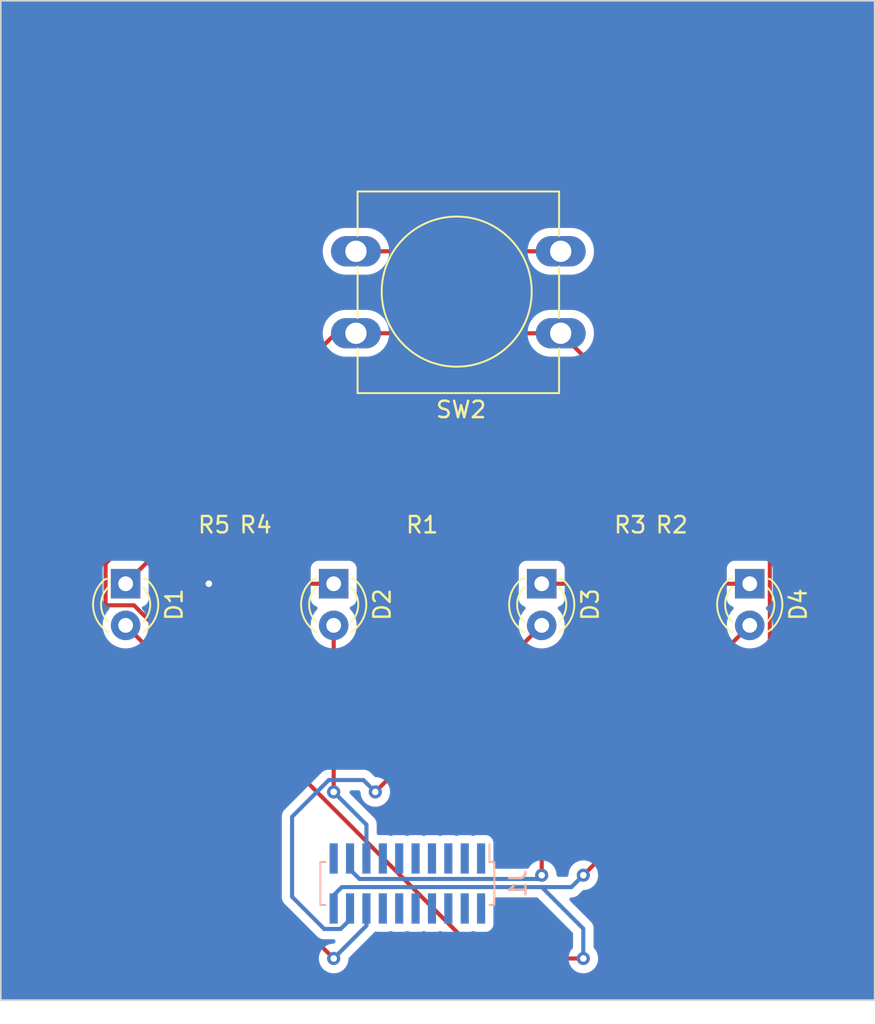
<source format=kicad_pcb>
(kicad_pcb (version 20221018) (generator pcbnew)
  (layers (0 "F.Cu" signal) (31 "B.Cu" signal) (34 "B.Paste" user) (35 "F.Paste" user) (36 "B.SilkS" user "B.Silkscreen") (37 "F.SilkS" user "F.Silkscreen") (38 "B.Mask" user) (39 "F.Mask" user) (44 "Edge.Cuts" user))
  (net 0 "")
  (net 1 "Net-(D1-K)")
  (net 2 "PA4")
  (net 3 "Net-(D2-K)")
  (net 4 "PA5")
  (net 5 "Net-(D3-K)")
  (net 6 "PA6")
  (net 7 "Net-(D4-K)")
  (net 8 "PA7")
  (net 9 "PC4")
  (net 10 "Net-(SW2-A)")
  (net 11 "GND")
  (net 15 "3.3Vcc")
  (net 27 "unconnected-(SW2-Pad2)")
  (footprint "Resistor_SMD:R_0201_0603Metric" (layer "F.Cu") (at 140.02 99.06)
    (fp_text reference "R1" (at 0 -1.05) (layer "F.SilkS"))
    (fp_text value "1k")
    (pad "1" smd roundrect (at -0.32 0) (size 0.46 0.4) (layers "F.Cu" "F.Mask") (net 10 "Net-(SW2-A)"))
    (pad "2" smd roundrect (at 0.32 0) (size 0.46 0.4) (layers "F.Cu" "F.Mask") (net 11 "GND"))
  )
  (footprint "Resistor_SMD:R_0201_0603Metric" (layer "F.Cu") (at 152.72 99.06)
    (fp_text reference "R3" (at 0 -1.05) (layer "F.SilkS"))
    (fp_text value "330")
    (pad "1" smd roundrect (at -0.32 0) (size 0.46 0.4) (layers "F.Cu" "F.Mask") (net 11 "GND"))
    (pad "2" smd roundrect (at 0.32 0) (size 0.46 0.4) (layers "F.Cu" "F.Mask") (net 5 "Net-(D3-K)"))
  )
  (footprint "Resistor_SMD:R_0201_0603Metric" (layer "F.Cu") (at 155.26 99.06)
    (fp_text reference "R2" (at 0 -1.05) (layer "F.SilkS"))
    (fp_text value "330")
    (pad "1" smd roundrect (at -0.32 0) (size 0.46 0.4) (layers "F.Cu" "F.Mask") (net 11 "GND"))
    (pad "2" smd roundrect (at 0.32 0) (size 0.46 0.4) (layers "F.Cu" "F.Mask") (net 7 "Net-(D4-K)"))
  )
  (footprint "LED_THT:LED_D3.0mm" (layer "F.Cu") (at 160.02 101.6 -90)
    (fp_text reference "D4" (at 1.27 -2.96 90) (layer "F.SilkS"))
    (fp_text value "LED")
    (fp_line (start -0.29 -1.236) (end -0.29 -1.08) (stroke (width 0.12)) (layer "F.SilkS"))
    (fp_line (start -0.29 1.08) (end -0.29 1.236) (stroke (width 0.12)) (layer "F.SilkS"))
    (fp_arc (start -0.29 -1.235516) (mid 1.366487 -1.987659) (end 2.942335 -1.078608) (stroke (width 0.12)) (layer "F.SilkS"))
    (fp_arc (start 0.229039 -1.08) (mid 1.270117 -1.5) (end 2.31113 -1.079837) (stroke (width 0.12)) (layer "F.SilkS"))
    (fp_arc (start 2.31113 1.079837) (mid 1.270117 1.5) (end 0.229039 1.08) (stroke (width 0.12)) (layer "F.SilkS"))
    (fp_arc (start 2.942335 1.078608) (mid 1.366487 1.987659) (end -0.29 1.235516) (stroke (width 0.12)) (layer "F.SilkS"))
    (pad "1" thru_hole rect (at 0 0 270) (size 1.8 1.8) (drill 0.9) (layers "*.Cu" "*.Mask") (net 7 "Net-(D4-K)"))
    (pad "2" thru_hole circle (at 2.54 0 270) (size 1.8 1.8) (drill 0.9) (layers "*.Cu" "*.Mask") (net 8 "PA7"))
  )
  (footprint "Resistor_SMD:R_0201_0603Metric" (layer "F.Cu") (at 127.32 99.06)
    (fp_text reference "R5" (at 0 -1.05) (layer "F.SilkS"))
    (fp_text value "330")
    (pad "1" smd roundrect (at -0.32 0) (size 0.46 0.4) (layers "F.Cu" "F.Mask") (net 11 "GND"))
    (pad "2" smd roundrect (at 0.32 0) (size 0.46 0.4) (layers "F.Cu" "F.Mask") (net 1 "Net-(D1-K)"))
  )
  (footprint "LED_THT:LED_D3.0mm" (layer "F.Cu") (at 134.62 101.6 -90)
    (fp_text reference "D2" (at 1.27 -2.96 90) (layer "F.SilkS"))
    (fp_text value "LED")
    (fp_line (start -0.29 -1.236) (end -0.29 -1.08) (stroke (width 0.12)) (layer "F.SilkS"))
    (fp_line (start -0.29 1.08) (end -0.29 1.236) (stroke (width 0.12)) (layer "F.SilkS"))
    (fp_arc (start -0.29 -1.235516) (mid 1.366487 -1.987659) (end 2.942335 -1.078608) (stroke (width 0.12)) (layer "F.SilkS"))
    (fp_arc (start 0.229039 -1.08) (mid 1.270117 -1.5) (end 2.31113 -1.079837) (stroke (width 0.12)) (layer "F.SilkS"))
    (fp_arc (start 2.31113 1.079837) (mid 1.270117 1.5) (end 0.229039 1.08) (stroke (width 0.12)) (layer "F.SilkS"))
    (fp_arc (start 2.942335 1.078608) (mid 1.366487 1.987659) (end -0.29 1.235516) (stroke (width 0.12)) (layer "F.SilkS"))
    (pad "1" thru_hole rect (at 0 0 270) (size 1.8 1.8) (drill 0.9) (layers "*.Cu" "*.Mask") (net 3 "Net-(D2-K)"))
    (pad "2" thru_hole circle (at 2.54 0 270) (size 1.8 1.8) (drill 0.9) (layers "*.Cu" "*.Mask") (net 4 "PA5"))
  )
  (footprint "LED_THT:LED_D3.0mm" (layer "F.Cu") (at 147.32 101.6 -90)
    (fp_text reference "D3" (at 1.27 -2.96 90) (layer "F.SilkS"))
    (fp_text value "LED")
    (fp_line (start -0.29 -1.236) (end -0.29 -1.08) (stroke (width 0.12)) (layer "F.SilkS"))
    (fp_line (start -0.29 1.08) (end -0.29 1.236) (stroke (width 0.12)) (layer "F.SilkS"))
    (fp_arc (start -0.29 -1.235516) (mid 1.366487 -1.987659) (end 2.942335 -1.078608) (stroke (width 0.12)) (layer "F.SilkS"))
    (fp_arc (start 0.229039 -1.08) (mid 1.270117 -1.5) (end 2.31113 -1.079837) (stroke (width 0.12)) (layer "F.SilkS"))
    (fp_arc (start 2.31113 1.079837) (mid 1.270117 1.5) (end 0.229039 1.08) (stroke (width 0.12)) (layer "F.SilkS"))
    (fp_arc (start 2.942335 1.078608) (mid 1.366487 1.987659) (end -0.29 1.235516) (stroke (width 0.12)) (layer "F.SilkS"))
    (pad "1" thru_hole rect (at 0 0 270) (size 1.8 1.8) (drill 0.9) (layers "*.Cu" "*.Mask") (net 5 "Net-(D3-K)"))
    (pad "2" thru_hole circle (at 2.54 0 270) (size 1.8 1.8) (drill 0.9) (layers "*.Cu" "*.Mask") (net 6 "PA6"))
  )
  (footprint "LED_THT:LED_D3.0mm" (layer "F.Cu") (at 121.92 101.6 -90)
    (fp_text reference "D1" (at 1.27 -2.96 90) (layer "F.SilkS"))
    (fp_text value "LED")
    (fp_line (start -0.29 -1.236) (end -0.29 -1.08) (stroke (width 0.12)) (layer "F.SilkS"))
    (fp_line (start -0.29 1.08) (end -0.29 1.236) (stroke (width 0.12)) (layer "F.SilkS"))
    (fp_arc (start -0.29 -1.235516) (mid 1.366487 -1.987659) (end 2.942335 -1.078608) (stroke (width 0.12)) (layer "F.SilkS"))
    (fp_arc (start 0.229039 -1.08) (mid 1.270117 -1.5) (end 2.31113 -1.079837) (stroke (width 0.12)) (layer "F.SilkS"))
    (fp_arc (start 2.31113 1.079837) (mid 1.270117 1.5) (end 0.229039 1.08) (stroke (width 0.12)) (layer "F.SilkS"))
    (fp_arc (start 2.942335 1.078608) (mid 1.366487 1.987659) (end -0.29 1.235516) (stroke (width 0.12)) (layer "F.SilkS"))
    (pad "1" thru_hole rect (at 0 0 270) (size 1.8 1.8) (drill 0.9) (layers "*.Cu" "*.Mask") (net 1 "Net-(D1-K)"))
    (pad "2" thru_hole circle (at 2.54 0 270) (size 1.8 1.8) (drill 0.9) (layers "*.Cu" "*.Mask") (net 2 "PA4"))
  )
  (footprint "Resistor_SMD:R_0201_0603Metric" (layer "F.Cu") (at 129.86 99.06)
    (fp_text reference "R4" (at 0 -1.05) (layer "F.SilkS"))
    (fp_text value "330")
    (pad "1" smd roundrect (at -0.32 0) (size 0.46 0.4) (layers "F.Cu" "F.Mask") (net 11 "GND"))
    (pad "2" smd roundrect (at 0.32 0) (size 0.46 0.4) (layers "F.Cu" "F.Mask") (net 3 "Net-(D2-K)"))
  )
  (footprint "Button_Switch_THT:SW_PUSH-12mm" (layer "F.Cu") (at 148.48 86.32 180)
    (fp_text reference "SW2" (at 6.08 -4.66) (layer "F.SilkS"))
    (fp_text value "SW_MEC_5E")
    (fp_line (start 0.1 -3.65) (end 12.4 -3.65) (stroke (width 0.12)) (layer "F.SilkS"))
    (fp_line (start 0.1 -0.93) (end 0.1 -3.65) (stroke (width 0.12)) (layer "F.SilkS"))
    (fp_line (start 0.1 4.07) (end 0.1 0.93) (stroke (width 0.12)) (layer "F.SilkS"))
    (fp_line (start 0.1 8.65) (end 0.1 5.93) (stroke (width 0.12)) (layer "F.SilkS"))
    (fp_line (start 12.4 -3.65) (end 12.4 -0.93) (stroke (width 0.12)) (layer "F.SilkS"))
    (fp_line (start 12.4 0.93) (end 12.4 4.07) (stroke (width 0.12)) (layer "F.SilkS"))
    (fp_line (start 12.4 5.93) (end 12.4 8.65) (stroke (width 0.12)) (layer "F.SilkS"))
    (fp_line (start 12.4 8.65) (end 0.1 8.65) (stroke (width 0.12)) (layer "F.SilkS"))
    (fp_circle (center 6.35 2.54) (end 10.16 5.08) (stroke (width 0.12)) (fill none) (layer "F.SilkS"))
    (pad "1" thru_hole oval (at 0 0 180) (size 3.048 1.85) (drill 1.3) (layers "*.Cu" "*.Mask") (net 9 "PC4"))
    (pad "1" thru_hole oval (at 12.5 0 180) (size 3.048 1.85) (drill 1.3) (layers "*.Cu" "*.Mask") (net 9 "PC4"))
    (pad "2" thru_hole oval (at 0 5 180) (size 3.048 1.85) (drill 1.3) (layers "*.Cu" "*.Mask") (net 27 "unconnected-(SW2-Pad2)"))
    (pad "2" thru_hole oval (at 12.5 5 180) (size 3.048 1.85) (drill 1.3) (layers "*.Cu" "*.Mask") (net 27 "unconnected-(SW2-Pad2)"))
  )
  (footprint "Connector_PinSocket_1.00mm:PinSocket_2x10_P1.00mm_Vertical_SMD" (layer "B.Cu") (at 139.12 119.885 90)
    (fp_text reference "J1" (at 0 6.75 90) (layer "B.SilkS") (effects (justify mirror)))
    (fp_text value "Conn_02x10_Odd_Even")
    (fp_line (start -1.31 -5.31) (end 1.31 -5.31) (stroke (width 0.12)) (layer "B.SilkS"))
    (fp_line (start -1.31 -5.01) (end -1.31 -5.31) (stroke (width 0.12)) (layer "B.SilkS"))
    (fp_line (start -1.31 5.31) (end -1.31 5.01) (stroke (width 0.12)) (layer "B.SilkS"))
    (fp_line (start -1.31 5.31) (end 1.31 5.31) (stroke (width 0.12)) (layer "B.SilkS"))
    (fp_line (start 1.31 -5.01) (end 1.31 -5.31) (stroke (width 0.12)) (layer "B.SilkS"))
    (fp_line (start 1.31 5.01) (end 2.39 5.01) (stroke (width 0.12)) (layer "B.SilkS"))
    (fp_line (start 1.31 5.31) (end 1.31 5.01) (stroke (width 0.12)) (layer "B.SilkS"))
    (pad "1" smd rect (at 1.525 4.5 90) (size 1.85 0.5) (layers "B.Cu" "B.Paste" "B.Mask"))
    (pad "2" smd rect (at -1.525 4.5 90) (size 1.85 0.5) (layers "B.Cu" "B.Paste" "B.Mask"))
    (pad "3" smd rect (at 1.525 3.5 90) (size 1.85 0.5) (layers "B.Cu" "B.Paste" "B.Mask"))
    (pad "4" smd rect (at -1.525 3.5 90) (size 1.85 0.5) (layers "B.Cu" "B.Paste" "B.Mask") (net 15 "3.3Vcc"))
    (pad "5" smd rect (at 1.525 2.5 90) (size 1.85 0.5) (layers "B.Cu" "B.Paste" "B.Mask"))
    (pad "6" smd rect (at -1.525 2.5 90) (size 1.85 0.5) (layers "B.Cu" "B.Paste" "B.Mask"))
    (pad "7" smd rect (at 1.525 1.5 90) (size 1.85 0.5) (layers "B.Cu" "B.Paste" "B.Mask"))
    (pad "8" smd rect (at -1.525 1.5 90) (size 1.85 0.5) (layers "B.Cu" "B.Paste" "B.Mask"))
    (pad "9" smd rect (at 1.525 0.5 90) (size 1.85 0.5) (layers "B.Cu" "B.Paste" "B.Mask"))
    (pad "10" smd rect (at -1.525 0.5 90) (size 1.85 0.5) (layers "B.Cu" "B.Paste" "B.Mask"))
    (pad "11" smd rect (at 1.525 -0.5 90) (size 1.85 0.5) (layers "B.Cu" "B.Paste" "B.Mask"))
    (pad "12" smd rect (at -1.525 -0.5 90) (size 1.85 0.5) (layers "B.Cu" "B.Paste" "B.Mask"))
    (pad "13" smd rect (at 1.525 -1.5 90) (size 1.85 0.5) (layers "B.Cu" "B.Paste" "B.Mask"))
    (pad "14" smd rect (at -1.525 -1.5 90) (size 1.85 0.5) (layers "B.Cu" "B.Paste" "B.Mask"))
    (pad "15" smd rect (at 1.525 -2.5 90) (size 1.85 0.5) (layers "B.Cu" "B.Paste" "B.Mask") (net 4 "PA5"))
    (pad "16" smd rect (at -1.525 -2.5 90) (size 1.85 0.5) (layers "B.Cu" "B.Paste" "B.Mask") (net 2 "PA4"))
    (pad "17" smd rect (at 1.525 -3.5 90) (size 1.85 0.5) (layers "B.Cu" "B.Paste" "B.Mask") (net 8 "PA7"))
    (pad "18" smd rect (at -1.525 -3.5 90) (size 1.85 0.5) (layers "B.Cu" "B.Paste" "B.Mask") (net 6 "PA6"))
    (pad "19" smd rect (at 1.525 -4.5 90) (size 1.85 0.5) (layers "B.Cu" "B.Paste" "B.Mask"))
    (pad "20" smd rect (at -1.525 -4.5 90) (size 1.85 0.5) (layers "B.Cu" "B.Paste" "B.Mask") (net 9 "PC4"))
  )
  (gr_rect (start 114.3 66.04) (end 167.64 127) (stroke (width 0.1)) (fill none) (layer "Edge.Cuts"))
  (segment (start 127.64 99.06) (end 127.64 98.868959) (width 0.25) (layer "F.Cu") (net 1))
  (segment (start 127.306041 98.535) (end 124.985 98.535) (width 0.25) (layer "F.Cu") (net 1))
  (segment (start 124.985 98.535) (end 121.92 101.6) (width 0.25) (layer "F.Cu") (net 1))
  (segment (start 127.64 98.868959) (end 127.306041 98.535) (width 0.25) (layer "F.Cu") (net 1))
  (segment (start 121.92 104.14) (end 129.54 111.76) (width 0.25) (layer "F.Cu") (net 2))
  (segment (start 132.08 121.92) (end 134.62 124.46) (width 0.25) (layer "F.Cu") (net 2))
  (segment (start 129.54 121.92) (end 132.08 121.92) (width 0.25) (layer "F.Cu") (net 2))
  (segment (start 129.54 111.76) (end 129.54 121.92) (width 0.25) (layer "F.Cu") (net 2))
  (via (at 134.62 124.46) (size 0.8) (drill 0.4) (layers "F.Cu" "B.Cu") (net 2))
  (segment (start 136.62 122.46) (end 136.62 121.41) (width 0.25) (layer "B.Cu") (net 2))
  (segment (start 134.62 124.46) (end 136.62 122.46) (width 0.25) (layer "B.Cu") (net 2))
  (segment (start 134.62 101.6) (end 132.72 101.6) (width 0.25) (layer "F.Cu") (net 3))
  (segment (start 132.72 101.6) (end 130.18 99.06) (width 0.25) (layer "F.Cu") (net 3))
  (segment (start 134.62 104.14) (end 134.62 114.3) (width 0.25) (layer "F.Cu") (net 4))
  (via (at 134.62 114.3) (size 0.8) (drill 0.4) (layers "F.Cu" "B.Cu") (net 4))
  (via (at 134.62 114.3) (size 0.8) (drill 0.4) (layers "F.Cu" "B.Cu") (net 4))
  (segment (start 136.62 116.3) (end 136.62 118.36) (width 0.25) (layer "B.Cu") (net 4))
  (segment (start 134.62 114.3) (end 136.62 116.3) (width 0.25) (layer "B.Cu") (net 4))
  (segment (start 153.04 99.06) (end 153.04 99.251041) (width 0.25) (layer "F.Cu") (net 5))
  (segment (start 150.691041 101.6) (end 147.32 101.6) (width 0.25) (layer "F.Cu") (net 5))
  (segment (start 153.04 99.251041) (end 150.691041 101.6) (width 0.25) (layer "F.Cu") (net 5))
  (segment (start 147.32 104.14) (end 137.16 114.3) (width 0.25) (layer "F.Cu") (net 6))
  (via (at 137.16 114.3) (size 0.8) (drill 0.4) (layers "F.Cu" "B.Cu") (net 6))
  (segment (start 132.08 115.814695) (end 132.08 120.695) (width 0.25) (layer "B.Cu") (net 6))
  (segment (start 135.045 122.66) (end 135.62 122.085) (width 0.25) (layer "B.Cu") (net 6))
  (segment (start 132.08 120.695) (end 134.045 122.66) (width 0.25) (layer "B.Cu") (net 6))
  (segment (start 137.16 114.3) (end 136.435 113.575) (width 0.25) (layer "B.Cu") (net 6))
  (segment (start 136.435 113.575) (end 134.319695 113.575) (width 0.25) (layer "B.Cu") (net 6))
  (segment (start 134.045 122.66) (end 135.045 122.66) (width 0.25) (layer "B.Cu") (net 6))
  (segment (start 135.62 122.085) (end 135.62 121.41) (width 0.25) (layer "B.Cu") (net 6))
  (segment (start 134.319695 113.575) (end 132.08 115.814695) (width 0.25) (layer "B.Cu") (net 6))
  (segment (start 158.12 101.6) (end 155.58 99.06) (width 0.25) (layer "F.Cu") (net 7))
  (segment (start 160.02 101.6) (end 158.12 101.6) (width 0.25) (layer "F.Cu") (net 7))
  (segment (start 160.02 104.14) (end 147.32 116.84) (width 0.25) (layer "F.Cu") (net 8))
  (segment (start 147.32 116.84) (end 147.32 119.38) (width 0.25) (layer "F.Cu") (net 8))
  (via (at 147.32 119.38) (size 0.8) (drill 0.4) (layers "F.Cu" "B.Cu") (net 8))
  (segment (start 147.09 119.61) (end 136.195 119.61) (width 0.25) (layer "B.Cu") (net 8))
  (segment (start 136.195 119.61) (end 135.62 119.035) (width 0.25) (layer "B.Cu") (net 8))
  (segment (start 135.62 119.035) (end 135.62 118.36) (width 0.25) (layer "B.Cu") (net 8))
  (segment (start 147.32 119.38) (end 147.09 119.61) (width 0.25) (layer "B.Cu") (net 8))
  (segment (start 148.48 86.32) (end 161.245 99.085) (width 0.25) (layer "F.Cu") (net 9))
  (segment (start 143.754695 124.46) (end 149.86 124.46) (width 0.25) (layer "F.Cu") (net 9))
  (segment (start 135.98 86.32) (end 134.75 86.32) (width 0.25) (layer "F.Cu") (net 9))
  (segment (start 161.245 99.085) (end 161.245 107.995) (width 0.25) (layer "F.Cu") (net 9))
  (segment (start 120.695 102.915) (end 122.427412 102.915) (width 0.25) (layer "F.Cu") (net 9))
  (segment (start 122.427412 102.915) (end 132.08 112.567588) (width 0.25) (layer "F.Cu") (net 9))
  (segment (start 135.98 86.32) (end 148.48 86.32) (width 0.25) (layer "F.Cu") (net 9))
  (segment (start 134.75 86.32) (end 120.695 100.375) (width 0.25) (layer "F.Cu") (net 9))
  (segment (start 120.695 100.375) (end 120.695 102.915) (width 0.25) (layer "F.Cu") (net 9))
  (segment (start 132.08 112.785305) (end 143.754695 124.46) (width 0.25) (layer "F.Cu") (net 9))
  (segment (start 132.08 112.567588) (end 132.08 112.785305) (width 0.25) (layer "F.Cu") (net 9))
  (segment (start 161.245 107.995) (end 149.86 119.38) (width 0.25) (layer "F.Cu") (net 9))
  (via (at 149.86 119.38) (size 0.8) (drill 0.4) (layers "F.Cu" "B.Cu") (net 9))
  (via (at 149.86 124.46) (size 0.8) (drill 0.4) (layers "F.Cu" "B.Cu") (net 9))
  (segment (start 147.32 120.105) (end 135.115 120.105) (width 0.25) (layer "B.Cu") (net 9))
  (segment (start 134.62 120.6) (end 134.62 121.41) (width 0.25) (layer "B.Cu") (net 9))
  (segment (start 149.86 122.645) (end 147.32 120.105) (width 0.25) (layer "B.Cu") (net 9))
  (segment (start 135.115 120.105) (end 134.62 120.6) (width 0.25) (layer "B.Cu") (net 9))
  (segment (start 149.135 120.105) (end 147.32 120.105) (width 0.25) (layer "B.Cu") (net 9))
  (segment (start 149.86 119.38) (end 149.135 120.105) (width 0.25) (layer "B.Cu") (net 9))
  (segment (start 149.86 124.46) (end 149.86 122.645) (width 0.25) (layer "B.Cu") (net 9))
  (segment (start 152.4 99.06) (end 140.34 99.06) (width 0.25) (layer "F.Cu") (net 11))
  (segment (start 129.54 98.868959) (end 129.54 99.06) (width 0.25) (layer "F.Cu") (net 11))
  (segment (start 154.94 99.06) (end 154.415 98.535) (width 0.25) (layer "F.Cu") (net 11))
  (segment (start 129.015 99.585) (end 127.333959 99.585) (width 0.25) (layer "F.Cu") (net 11))
  (segment (start 152.733959 98.535) (end 152.4 98.868959) (width 0.25) (layer "F.Cu") (net 11))
  (segment (start 127 99.06) (end 127 101.6) (width 0.25) (layer "F.Cu") (net 11))
  (segment (start 140.006041 98.535) (end 129.873959 98.535) (width 0.25) (layer "F.Cu") (net 11))
  (segment (start 152.4 98.868959) (end 152.4 99.06) (width 0.25) (layer "F.Cu") (net 11))
  (segment (start 127.333959 99.585) (end 127 99.251041) (width 0.25) (layer "F.Cu") (net 11))
  (segment (start 127 99.251041) (end 127 99.06) (width 0.25) (layer "F.Cu") (net 11))
  (segment (start 154.415 98.535) (end 152.733959 98.535) (width 0.25) (layer "F.Cu") (net 11))
  (segment (start 129.54 99.06) (end 129.015 99.585) (width 0.25) (layer "F.Cu") (net 11))
  (segment (start 140.34 99.06) (end 140.34 98.868959) (width 0.25) (layer "F.Cu") (net 11))
  (segment (start 129.873959 98.535) (end 129.54 98.868959) (width 0.25) (layer "F.Cu") (net 11))
  (segment (start 140.34 98.868959) (end 140.006041 98.535) (width 0.25) (layer "F.Cu") (net 11))
  (via (at 127 101.6) (size 0.8) (drill 0.4) (layers "F.Cu" "B.Cu") (net 11))
  (segment (start 148.48 81.32) (end 135.98 81.32) (width 0.25) (layer "F.Cu") (net 27))
  (zone (net 11) (net_name "GND") (layer "B.Cu") (connect_pads (clearance 0.5)) (min_thickness 0.25) (fill yes (thermal_gap 0.5) (thermal_bridge_width 0.5))
    (polygon (pts (xy 114.3 66.04) (xy 114.3 127) (xy 167.64 127) (xy 167.64 66.04)))
  )
)
</source>
